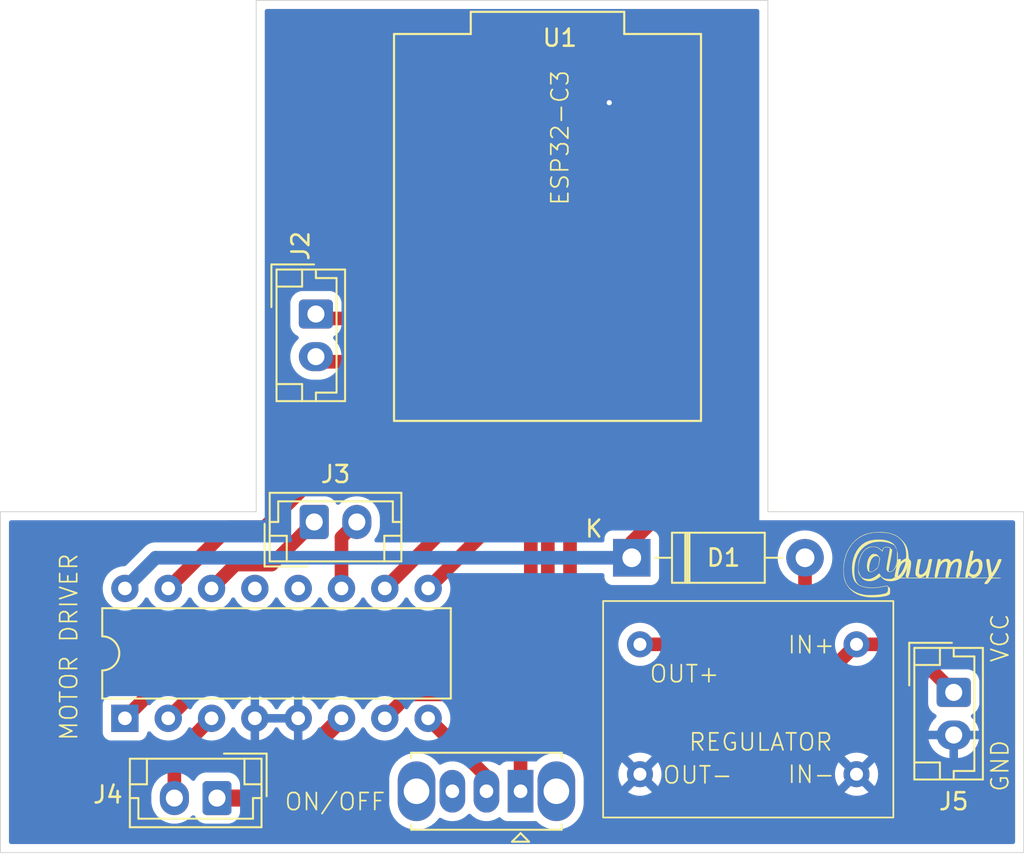
<source format=kicad_pcb>
(kicad_pcb (version 20240108) (generator "pcbnew") (generator_version "8.0")
  (layers (0 "F.Cu" signal) (31 "B.Cu" signal) (34 "B.Paste" user) (35 "F.Paste" user) (36 "B.SilkS" user "B.Silkscreen") (37 "F.SilkS" user "F.Silkscreen") (38 "B.Mask" user) (39 "F.Mask" user) (44 "Edge.Cuts" user))
  (net 0 "")
  (net 1 "Net-(U1-GPIO7)")
  (net 6 "Net-(U1-GPIO2)")
  (net 8 "Net-(U1-GPIO1)")
  (net 9 "Net-(U1-GPIO0)")
  (net 10 "Net-(U1-GPIO5)")
  (net 11 "Net-(U1-GPIO6)")
  (net 13 "GND")
  (net 15 "Net-(J3-Pin_2)")
  (net 16 "Net-(J2-Pin_2)")
  (net 17 "Net-(J2-Pin_1)")
  (net 18 "Net-(J3-Pin_1)")
  (net 19 "Net-(J4-Pin_1)")
  (net 20 "Net-(D1-K)")
  (net 21 "Net-(U1-3V3)")
  (net 22 "Net-(J5-Pin_1)")
  (net 23 "Net-(J4-Pin_2)")
  (net 24 "Net-(D1-A)")
  (net 25 "Net-(SW1A-B)")
  (footprint "Anumby:Logo_Anumby_10" (layer "F.Cu") (at 126.2 136.034314)
    (property "Reference" "G" (hide yes))
    (property "Value" "Val**" (hide yes))
  )
  (footprint "Package_DIP:DIP-16_W7.62mm" (layer "F.Cu") (at 79.4 145.054314 90)
    (property "Reference" "U2" (hide yes))
    (property "Value" "L293D")
    (pad "1" thru_hole rect (at 0 0 90) (size 1.6 1.6) (drill 0.8) (layers "*.Cu" "*.Mask") (net 6 "Net-(U1-GPIO2)"))
    (pad "2" thru_hole oval (at 0 2.54 90) (size 1.6 1.6) (drill 0.8) (layers "*.Cu" "*.Mask") (net 8 "Net-(U1-GPIO1)"))
    (pad "3" thru_hole oval (at 0 5.08 90) (size 1.6 1.6) (drill 0.8) (layers "*.Cu" "*.Mask") (net 23 "Net-(J4-Pin_2)"))
    (pad "4" thru_hole oval (at 0 7.62 90) (size 1.6 1.6) (drill 0.8) (layers "*.Cu" "*.Mask") (net 13 "GND"))
    (pad "5" thru_hole oval (at 0 10.16 90) (size 1.6 1.6) (drill 0.8) (layers "*.Cu" "*.Mask") (net 13 "GND"))
    (pad "6" thru_hole oval (at 0 12.7 90) (size 1.6 1.6) (drill 0.8) (layers "*.Cu" "*.Mask") (net 19 "Net-(J4-Pin_1)"))
    (pad "7" thru_hole oval (at 0 15.24 90) (size 1.6 1.6) (drill 0.8) (layers "*.Cu" "*.Mask") (net 9 "Net-(U1-GPIO0)"))
    (pad "8" thru_hole oval (at 0 17.78 90) (size 1.6 1.6) (drill 0.8) (layers "*.Cu" "*.Mask") (net 25 "Net-(SW1A-B)"))
    (pad "9" thru_hole oval (at 7.62 17.78 90) (size 1.6 1.6) (drill 0.8) (layers "*.Cu" "*.Mask") (net 10 "Net-(U1-GPIO5)"))
    (pad "10" thru_hole oval (at 7.62 15.24 90) (size 1.6 1.6) (drill 0.8) (layers "*.Cu" "*.Mask") (net 11 "Net-(U1-GPIO6)"))
    (pad "11" thru_hole oval (at 7.62 12.7 90) (size 1.6 1.6) (drill 0.8) (layers "*.Cu" "*.Mask") (net 15 "Net-(J3-Pin_2)"))
    (pad "12" thru_hole oval (at 7.62 10.16 90) (size 1.6 1.6) (drill 0.8) (layers "*.Cu" "*.Mask"))
    (pad "13" thru_hole oval (at 7.62 7.62 90) (size 1.6 1.6) (drill 0.8) (layers "*.Cu" "*.Mask"))
    (pad "14" thru_hole oval (at 7.62 5.08 90) (size 1.6 1.6) (drill 0.8) (layers "*.Cu" "*.Mask") (net 18 "Net-(J3-Pin_1)"))
    (pad "15" thru_hole oval (at 7.62 2.54 90) (size 1.6 1.6) (drill 0.8) (layers "*.Cu" "*.Mask") (net 1 "Net-(U1-GPIO7)"))
    (pad "16" thru_hole oval (at 7.62 0 90) (size 1.6 1.6) (drill 0.8) (layers "*.Cu" "*.Mask") (net 20 "Net-(D1-K)"))
  )
  (footprint "Connector_JST:JST_EH_B2B-EH-A_1x02_P2.50mm_Vertical" (layer "F.Cu") (at 84.8 149.734314 180)
    (property "Reference" "J4" (at 6.4 0.2 0) (layer "F.SilkS"))
    (property "Value" "Conn_01x02_Socket_H")
    (pad "1" thru_hole roundrect (at 0 0 180) (size 1.7 2) (drill 1) (layers "*.Cu" "*.Mask") (roundrect_rratio 0.147059) (net 19 "Net-(J4-Pin_1)"))
    (pad "2" thru_hole oval (at 2.5 0 180) (size 1.7 2) (drill 1) (layers "*.Cu" "*.Mask") (net 23 "Net-(J4-Pin_2)"))
  )
  (footprint "Diode_THT:D_DO-41_SOD81_P10.16mm_Horizontal" (layer "F.Cu") (at 109.12 135.634314)
    (property "Reference" "D1" (at 5.38 0 0) (layer "F.SilkS"))
    (property "Value" "1N5818")
    (fp_text user "K" (at -2.22 -1.7 0) (layer "F.SilkS"))
    (pad "1" thru_hole rect (at 0 0) (size 2.2 2.2) (drill 1.1) (layers "*.Cu" "*.Mask") (net 20 "Net-(D1-K)"))
    (pad "2" thru_hole oval (at 10.16 0) (size 2.2 2.2) (drill 1.1) (layers "*.Cu" "*.Mask") (net 24 "Net-(D1-A)"))
  )
  (footprint "Connector_JST:JST_EH_B2B-EH-A_1x02_P2.50mm_Vertical" (layer "F.Cu") (at 90.5 133.534314)
    (property "Reference" "J3" (at 1.25 -2.8 0) (layer "F.SilkS"))
    (property "Value" "Conn_01x02_Socket_H")
    (pad "1" thru_hole roundrect (at 0 0) (size 1.7 2) (drill 1) (layers "*.Cu" "*.Mask") (roundrect_rratio 0.147059) (net 18 "Net-(J3-Pin_1)"))
    (pad "2" thru_hole oval (at 2.5 0) (size 1.7 2) (drill 1) (layers "*.Cu" "*.Mask") (net 15 "Net-(J3-Pin_2)"))
  )
  (footprint "Connector_JST:JST_EH_B2B-EH-A_1x02_P2.50mm_Vertical" (layer "F.Cu") (at 128 143.534314 -90)
    (property "Reference" "J5" (at 6.4 0 180) (layer "F.SilkS"))
    (property "Value" "Conn_01x02_Socket_H")
    (pad "1" thru_hole roundrect (at 0 0 270) (size 1.7 2) (drill 1) (layers "*.Cu" "*.Mask") (roundrect_rratio 0.147059) (net 22 "Net-(J5-Pin_1)"))
    (pad "2" thru_hole oval (at 2.5 0 270) (size 1.7 2) (drill 1) (layers "*.Cu" "*.Mask") (net 13 "GND"))
  )
  (footprint "Connector_JST:JST_EH_B2B-EH-A_1x02_P2.50mm_Vertical" (layer "F.Cu") (at 90.6 121.334314 -90)
    (property "Reference" "J2" (at -4 0.9 90) (layer "F.SilkS"))
    (property "Value" "Conn_01x02_Socket_H")
    (pad "1" thru_hole roundrect (at 0 0 270) (size 1.7 2) (drill 1) (layers "*.Cu" "*.Mask") (roundrect_rratio 0.147059) (net 17 "Net-(J2-Pin_1)"))
    (pad "2" thru_hole oval (at 2.5 0 270) (size 1.7 2) (drill 1) (layers "*.Cu" "*.Mask") (net 16 "Net-(J2-Pin_2)"))
  )
  (footprint "Anumby:REG_5V_DFR" (layer "F.Cu") (at 115.95 144.524314)
    (property "Reference" "U4" (hide yes))
    (property "Value" "REG_5V" (hide yes))
    (fp_text user "OUT-" (at -5.08 4.445 0) (layer "F.SilkS") (effects (font (thickness 0.1)) (justify left bottom)))
    (fp_text user "IN+" (at 2.25 -3.19 0) (layer "F.SilkS") (effects (font (thickness 0.1)) (justify left bottom)))
    (fp_text user "IN-" (at 2.25 4.41 0) (layer "F.SilkS") (effects (font (thickness 0.1)) (justify left bottom)))
    (fp_text user "OUT+" (at -5.85 -1.49 0) (layer "F.SilkS") (effects (font (thickness 0.1)) (justify left bottom)))
    (pad "1" thru_hole circle (at 6.35 -3.81) (size 1.524 1.524) (drill 0.762) (layers "*.Cu" "*.Mask") (net 22 "Net-(J5-Pin_1)"))
    (pad "2" thru_hole circle (at 6.35 3.81) (size 1.524 1.524) (drill 0.762) (layers "*.Cu" "*.Mask") (net 13 "GND"))
    (pad "3" thru_hole circle (at -6.35 -3.81) (size 1.524 1.524) (drill 0.762) (layers "*.Cu" "*.Mask") (net 24 "Net-(D1-A)"))
    (pad "4" thru_hole circle (at -6.35 3.81) (size 1.524 1.524) (drill 0.762) (layers "*.Cu" "*.Mask") (net 13 "GND"))
  )
  (footprint "Anumby:ESP32-C3-SUPERMINI" (layer "F.Cu") (at 104.18 116.254314)
    (property "Reference" "U1" (at 0.72 -11.12 0) (layer "F.SilkS"))
    (property "Value" "ESP32-C3_SUPERMINI")
    (pad "0" smd rect (at 7.62 7.88) (size 6 1.905) (layers "F.Cu" "F.Paste" "F.Mask") (net 9 "Net-(U1-GPIO0)"))
    (pad "1" smd rect (at 7.62 5.34) (size 6 1.905) (layers "F.Cu" "F.Paste" "F.Mask") (net 8 "Net-(U1-GPIO1)"))
    (pad "2" smd rect (at 7.62 2.8) (size 6 1.905) (layers "F.Cu" "F.Paste" "F.Mask") (net 6 "Net-(U1-GPIO2)"))
    (pad "3" smd rect (at 7.62 0.26) (size 6 1.905) (layers "F.Cu" "F.Paste" "F.Mask"))
    (pad "3.3" smd rect (at 7.62 -4.82) (size 6 1.905) (layers "F.Cu" "F.Paste" "F.Mask") (net 21 "Net-(U1-3V3)"))
    (pad "4" smd rect (at 7.62 -2.28) (size 6 1.905) (layers "F.Cu" "F.Paste" "F.Mask"))
    (pad "5" smd rect (at -7.62 -9.9) (size 6 1.905) (layers "F.Cu" "F.Paste" "F.Mask") (net 10 "Net-(U1-GPIO5)"))
    (pad "5V" smd rect (at 7.62 -9.9) (size 6 1.905) (layers "F.Cu" "F.Paste" "F.Mask") (net 20 "Net-(D1-K)"))
    (pad "6" smd rect (at -7.62 -7.36) (size 6 1.905) (layers "F.Cu" "F.Paste" "F.Mask") (net 11 "Net-(U1-GPIO6)"))
    (pad "7" smd rect (at -7.62 -4.82) (size 6 1.905) (layers "F.Cu" "F.Paste" "F.Mask") (net 1 "Net-(U1-GPIO7)"))
    (pad "8" smd rect (at -7.62 -2.28) (size 6 1.905) (layers "F.Cu" "F.Paste" "F.Mask"))
    (pad "9" smd rect (at -7.62 0.26) (size 6 1.905) (layers "F.Cu" "F.Paste" "F.Mask"))
    (pad "10" smd rect (at -7.62 2.8) (size 6 1.905) (layers "F.Cu" "F.Paste" "F.Mask"))
    (pad "20" smd rect (at -7.62 5.34) (size 6 1.905) (layers "F.Cu" "F.Paste" "F.Mask") (net 17 "Net-(J2-Pin_1)"))
    (pad "21" smd rect (at -7.62 7.88) (size 6 1.905) (layers "F.Cu" "F.Paste" "F.Mask") (net 16 "Net-(J2-Pin_2)"))
    (pad "G" smd rect (at 7.62 -7.36) (size 6 1.905) (layers "F.Cu" "F.Paste" "F.Mask") (net 13 "GND"))
  )
  (footprint "Button_Switch_THT:SW_Slide_SPDT_Straight_CK_OS102011MS2Q" (layer "F.Cu") (at 102.6 149.334314 180)
    (property "Reference" "SW1" (hide yes))
    (property "Value" "SW_DPDT_x2")
    (pad "" thru_hole oval (at -2.1 0 180) (size 2.2 3.5) (drill 1.5) (layers "*.Cu" "*.Mask"))
    (pad "" thru_hole oval (at 6.1 0 180) (size 2.2 3.5) (drill 1.5) (layers "*.Cu" "*.Mask"))
    (pad "1" thru_hole rect (at 0 0 180) (size 1.5 2.5) (drill 0.8) (layers "*.Cu" "*.Mask") (net 22 "Net-(J5-Pin_1)"))
    (pad "2" thru_hole oval (at 2 0 180) (size 1.5 2.5) (drill 0.8) (layers "*.Cu" "*.Mask") (net 25 "Net-(SW1A-B)"))
    (pad "3" thru_hole oval (at 4 0 180) (size 1.5 2.5) (drill 0.8) (layers "*.Cu" "*.Mask"))
  )
  (gr_line (start 117.1 102.934314) (end 117.1 132.934314) (stroke (width 0.05)) (layer "Edge.Cuts"))
  (gr_line (start 87.1 102.934314) (end 117.1 102.934314) (stroke (width 0.05)) (layer "Edge.Cuts"))
  (gr_line (start 87.1 132.934314) (end 87.1 102.934314) (stroke (width 0.05)) (layer "Edge.Cuts"))
  (gr_line (start 72.1 132.934314) (end 87.1 132.934314) (stroke (width 0.05)) (layer "Edge.Cuts"))
  (gr_line (start 117.1 132.934314) (end 132.1 132.934314) (stroke (width 0.05)) (layer "Edge.Cuts"))
  (gr_line (start 132.1 152.934314) (end 72.1 152.934314) (stroke (width 0.05)) (layer "Edge.Cuts"))
  (gr_line (start 72.1 152.934314) (end 72.1 132.934314) (stroke (width 0.05)) (layer "Edge.Cuts"))
  (gr_line (start 132.1 132.934314) (end 132.1 152.934314) (stroke (width 0.05)) (layer "Edge.Cuts"))
  (gr_text "GND" (at 131.3 149.434314 90) (layer "F.SilkS") (effects (font (size 1 1) (thickness 0.1)) (justify left bottom)))
  (gr_text "ESP32-C3" (at 105.5 115.034314 90) (layer "F.SilkS") (effects (font (size 1 1) (thickness 0.1)) (justify left bottom)))
  (gr_text "ON/OFF" (at 88.7 150.534314 0) (layer "F.SilkS") (effects (font (size 1 1) (thickness 0.1)) (justify left bottom)))
  (gr_text "VCC" (at 131.3 141.834314 90) (layer "F.SilkS") (effects (font (size 1 1) (thickness 0.1)) (justify left bottom)))
  (gr_text "REGULATOR" (at 112.4 147.034314 0) (layer "F.SilkS") (effects (font (size 1 1) (thickness 0.1)) (justify left bottom)))
  (gr_text "MOTOR DRIVER" (at 76.7 146.434314 90) (layer "F.SilkS") (effects (font (size 1 1) (thickness 0.1)) (justify left bottom)))
  (segment (start 85.54 133.834314) (end 87.6 133.834314) (width 0.8) (layer "F.Cu") (net 1))
  (segment (start 96.5125 112.014314) (end 94.1 112.014314) (width 0.6) (layer "F.Cu") (net 1))
  (segment (start 100.16 111.594314) (end 100 111.434314) (width 0.8) (layer "F.Cu") (net 1))
  (segment (start 100.16 125.686814) (end 100.16 111.594314) (width 0.8) (layer "F.Cu") (net 1))
  (segment (start 100 111.434314) (end 96.56 111.434314) (width 0.8) (layer "F.Cu") (net 1))
  (segment (start 87.6 133.834314) (end 95.7475 125.686814) (width 0.8) (layer "F.Cu") (net 1))
  (segment (start 95.7475 125.686814) (end 100.16 125.686814) (width 0.8) (layer "F.Cu") (net 1))
  (segment (start 81.94 137.434314) (end 85.54 133.834314) (width 0.8) (layer "F.Cu") (net 1))
  (segment (start 103.2 140.734314) (end 83.72 140.734314) (width 0.8) (layer "F.Cu") (net 6))
  (segment (start 108 119.054314) (end 103.2 123.854314) (width 0.8) (layer "F.Cu") (net 6))
  (segment (start 109.52 118.934314) (end 109.72 118.734314) (width 0.6) (layer "F.Cu") (net 6))
  (segment (start 103.2 123.854314) (end 103.2 140.734314) (width 0.8) (layer "F.Cu") (net 6))
  (segment (start 111.8 119.054314) (end 108 119.054314) (width 0.8) (layer "F.Cu") (net 6))
  (segment (start 83.72 140.734314) (end 79.4 145.054314) (width 0.8) (layer "F.Cu") (net 6))
  (segment (start 109.34 122.174314) (end 109.34 122.194314) (width 0.6) (layer "F.Cu") (net 8))
  (segment (start 109.34 122.194314) (end 109.1 122.434314) (width 0.6) (layer "F.Cu") (net 8))
  (segment (start 84.76 142.234314) (end 104.2 142.234314) (width 0.8) (layer "F.Cu") (net 8))
  (segment (start 104.2 142.234314) (end 104.2 126.581814) (width 0.8) (layer "F.Cu") (net 8))
  (segment (start 81.94 145.054314) (end 84.76 142.234314) (width 0.8) (layer "F.Cu") (net 8))
  (segment (start 104.2 126.581814) (end 109.1875 121.594314) (width 0.8) (layer "F.Cu") (net 8))
  (segment (start 109.1875 121.594314) (end 111.8 121.594314) (width 0.8) (layer "F.Cu") (net 8))
  (segment (start 94.64 145.054314) (end 96.04 143.654314) (width 0.8) (layer "F.Cu") (net 9))
  (segment (start 105.5 142.934314) (end 105.5 130.434314) (width 0.8) (layer "F.Cu") (net 9))
  (segment (start 105.5 130.434314) (end 111.8 124.134314) (width 0.8) (layer "F.Cu") (net 9))
  (segment (start 96.04 143.654314) (end 104.78 143.654314) (width 0.8) (layer "F.Cu") (net 9))
  (segment (start 104.78 143.654314) (end 105.5 142.934314) (width 0.8) (layer "F.Cu") (net 9))
  (segment (start 94.1 106.934314) (end 97.1 106.934314) (width 0.6) (layer "F.Cu") (net 10))
  (segment (start 97.18 137.434314) (end 102.16 132.454314) (width 0.8) (layer "F.Cu") (net 10))
  (segment (start 102.16 108.154314) (end 100.36 106.354314) (width 0.8) (layer "F.Cu") (net 10))
  (segment (start 102.16 132.454314) (end 102.16 108.154314) (width 0.8) (layer "F.Cu") (net 10))
  (segment (start 100.36 106.354314) (end 96.56 106.354314) (width 0.8) (layer "F.Cu") (net 10))
  (segment (start 100.06 108.894314) (end 96.56 108.894314) (width 0.8) (layer "F.Cu") (net 11))
  (segment (start 101.16 130.914314) (end 101.16 109.994314) (width 0.8) (layer "F.Cu") (net 11))
  (segment (start 94.1 109.474314) (end 96.5125 109.474314) (width 0.6) (layer "F.Cu") (net 11))
  (segment (start 101.16 109.994314) (end 100.06 108.894314) (width 0.8) (layer "F.Cu") (net 11))
  (segment (start 94.64 137.434314) (end 101.16 130.914314) (width 0.8) (layer "F.Cu") (net 11))
  (segment (start 113.06 109.474314) (end 113.1 109.434314) (width 1) (layer "F.Cu") (net 13))
  (segment (start 111.8 108.894314) (end 107.84 108.894314) (width 0.8) (layer "F.Cu") (net 13))
  (segment (start 107.84 108.894314) (end 107.8 108.934314) (width 0.8) (layer "F.Cu") (net 13))
  (segment (start 122.3 148.234314) (end 122.4 148.334314) (width 0.8) (layer "F.Cu") (net 13))
  (via (at 107.8 108.934314) (size 0.6) (drill 0.3) (layers "F.Cu" "B.Cu") (net 13))
  (segment (start 92.1 134.434314) (end 93 133.534314) (width 0.8) (layer "F.Cu") (net 15))
  (segment (start 92.1 137.434314) (end 92.1 134.434314) (width 0.8) (layer "F.Cu") (net 15))
  (segment (start 95.97 123.804314) (end 95.98 123.814314) (width 0.6) (layer "F.Cu") (net 16))
  (segment (start 96.56 124.134314) (end 90.9 124.134314) (width 0.8) (layer "F.Cu") (net 16))
  (segment (start 95.15 123.804314) (end 95.16 123.814314) (width 0.6) (layer "F.Cu") (net 16))
  (segment (start 90.9 124.134314) (end 90.6 123.834314) (width 0.8) (layer "F.Cu") (net 16))
  (segment (start 95.15 121.264314) (end 95.16 121.274314) (width 0.6) (layer "F.Cu") (net 17))
  (segment (start 95.97 121.264314) (end 95.98 121.274314) (width 0.6) (layer "F.Cu") (net 17))
  (segment (start 96.56 121.594314) (end 90.86 121.594314) (width 0.8) (layer "F.Cu") (net 17))
  (segment (start 90.86 121.594314) (end 90.6 121.334314) (width 0.8) (layer "F.Cu") (net 17))
  (segment (start 95.92 122.234314) (end 96.56 121.594314) (width 0.8) (layer "F.Cu") (net 17))
  (segment (start 85.88 136.034314) (end 88 136.034314) (width 0.8) (layer "F.Cu") (net 18))
  (segment (start 88 136.034314) (end 90.5 133.534314) (width 0.8) (layer "F.Cu") (net 18))
  (segment (start 84.48 137.434314) (end 85.88 136.034314) (width 0.8) (layer "F.Cu") (net 18))
  (segment (start 84.8 149.734314) (end 87.42 149.734314) (width 1) (layer "F.Cu") (net 19))
  (segment (start 87.42 149.734314) (end 92.1 145.054314) (width 1) (layer "F.Cu") (net 19))
  (segment (start 111.8 106.354314) (end 114.52 106.354314) (width 0.8) (layer "F.Cu") (net 20))
  (segment (start 109.34 106.934314) (end 113.6 106.934314) (width 1) (layer "F.Cu") (net 20))
  (segment (start 109.62 105.934314) (end 109.72 106.034314) (width 0.6) (layer "F.Cu") (net 20))
  (segment (start 115.8 128.034314) (end 109.12 134.714314) (width 0.8) (layer "F.Cu") (net 20))
  (segment (start 114.52 106.354314) (end 115.8 107.634314) (width 0.8) (layer "F.Cu") (net 20))
  (segment (start 115.8 107.634314) (end 115.8 128.034314) (width 0.8) (layer "F.Cu") (net 20))
  (segment (start 109.12 134.714314) (end 109.12 135.634314) (width 0.8) (layer "F.Cu") (net 20))
  (segment (start 81.2 135.634314) (end 109.12 135.634314) (width 0.8) (layer "B.Cu") (net 20))
  (segment (start 79.4 137.434314) (end 81.2 135.634314) (width 0.8) (layer "B.Cu") (net 20))
  (segment (start 102.6 145.684314) (end 110.95 145.684314) (width 0.8) (layer "F.Cu") (net 22))
  (segment (start 110.95 145.684314) (end 112.2 144.434314) (width 0.8) (layer "F.Cu") (net 22))
  (segment (start 125.18 140.714314) (end 128 143.534314) (width 0.8) (layer "F.Cu") (net 22))
  (segment (start 112.2 144.434314) (end 118.58 144.434314) (width 0.8) (layer "F.Cu") (net 22))
  (segment (start 102.6 145.684314) (end 102.6 149.334314) (width 0.8) (layer "F.Cu") (net 22))
  (segment (start 122.3 140.714314) (end 125.18 140.714314) (width 0.8) (layer "F.Cu") (net 22))
  (segment (start 118.58 144.434314) (end 122.3 140.714314) (width 0.8) (layer "F.Cu") (net 22))
  (segment (start 82.3 149.734314) (end 82.3 147.234314) (width 0.8) (layer "F.Cu") (net 23))
  (segment (start 82.3 147.234314) (end 84.48 145.054314) (width 0.8) (layer "F.Cu") (net 23))
  (segment (start 109.6 140.714314) (end 116.12 140.714314) (width 0.8) (layer "F.Cu") (net 24))
  (segment (start 116.12 140.714314) (end 119.28 137.554314) (width 0.8) (layer "F.Cu") (net 24))
  (segment (start 119.28 137.554314) (end 119.28 135.634314) (width 0.8) (layer "F.Cu") (net 24))
  (segment (start 100.6 148.474314) (end 100.6 149.334314) (width 0.8) (layer "F.Cu") (net 25))
  (segment (start 97.18 145.054314) (end 100.6 148.474314) (width 0.8) (layer "F.Cu") (net 25))
  (zone (net 13) (net_name "GND") (layer "B.Cu") (connect_pads (clearance 0.5)) (min_thickness 0.25) (fill yes (thermal_gap 0.5) (thermal_bridge_width 0.5))
    (polygon (pts (xy 87.6 103.434314) (xy 116.6 103.434314) (xy 116.6 133.434314) (xy 131.6 133.434314) (xy 131.6 152.434314) (xy 72.6 152.434314) (xy 72.6 133.434314) (xy 87.6 133.434314)))
  )
)
</source>
